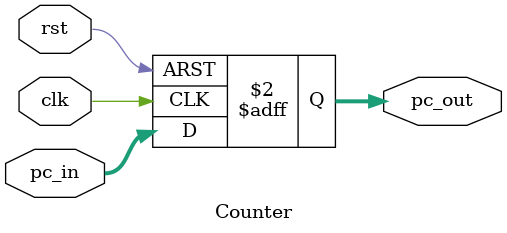
<source format=v>
module Counter(
    input clk,
    input rst,
    input [31:0] pc_in,
    output reg [31:0] pc_out
);
    always @(posedge clk or posedge rst) begin
        if (rst)
            pc_out <= 32'b0;
        else
            pc_out <= pc_in;
    end
endmodule

</source>
